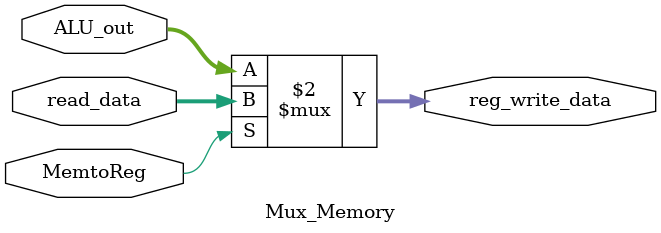
<source format=v>
module Mux_Memory(reg_write_data, read_data, ALU_out, MemtoReg);
	output [31:0]reg_write_data;
	input [31:0]read_data, ALU_out;
	input MemtoReg;
	
	assign reg_write_data = (MemtoReg==1'b1) ? read_data : ALU_out;

endmodule 
</source>
